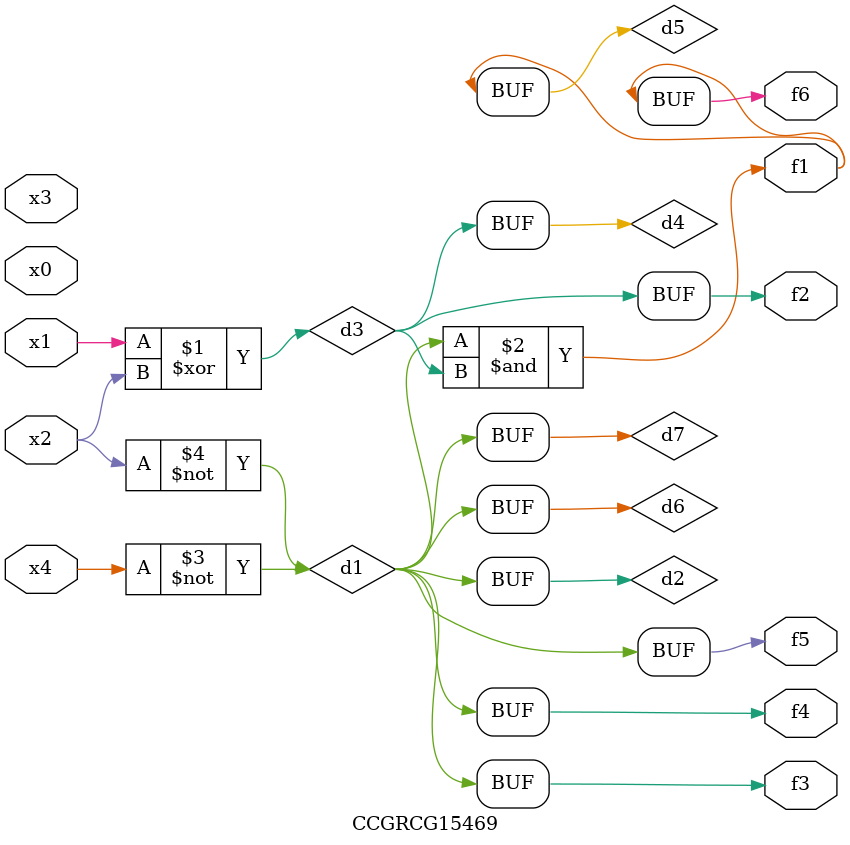
<source format=v>
module CCGRCG15469(
	input x0, x1, x2, x3, x4,
	output f1, f2, f3, f4, f5, f6
);

	wire d1, d2, d3, d4, d5, d6, d7;

	not (d1, x4);
	not (d2, x2);
	xor (d3, x1, x2);
	buf (d4, d3);
	and (d5, d1, d3);
	buf (d6, d1, d2);
	buf (d7, d2);
	assign f1 = d5;
	assign f2 = d4;
	assign f3 = d7;
	assign f4 = d7;
	assign f5 = d7;
	assign f6 = d5;
endmodule

</source>
